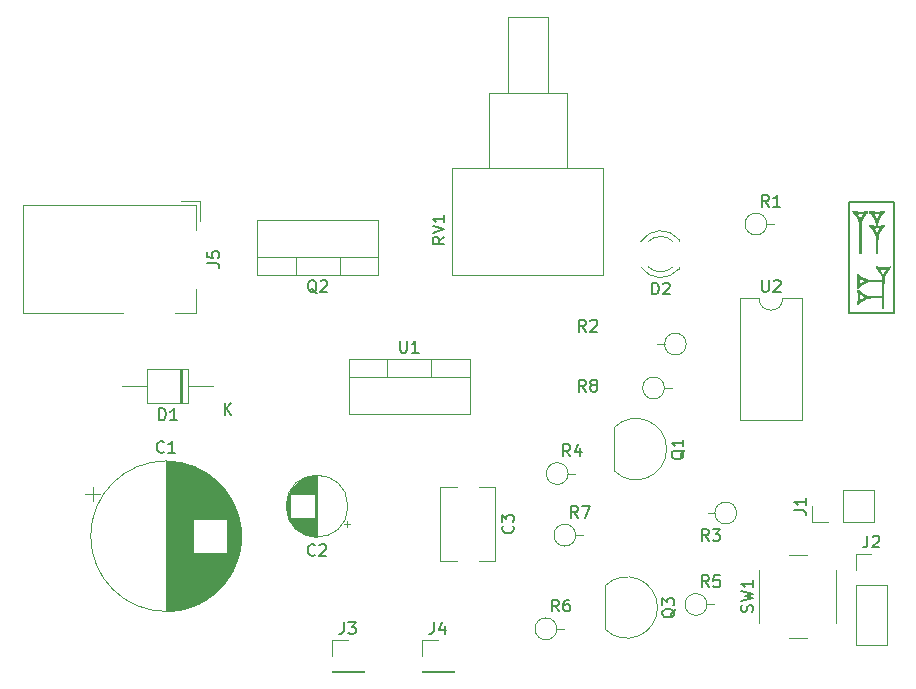
<source format=gbr>
%TF.GenerationSoftware,KiCad,Pcbnew,6.0.11+dfsg-1*%
%TF.CreationDate,2025-12-01T13:38:19+08:00*%
%TF.ProjectId,auto_sprinkler,6175746f-5f73-4707-9269-6e6b6c65722e,rev?*%
%TF.SameCoordinates,Original*%
%TF.FileFunction,Legend,Top*%
%TF.FilePolarity,Positive*%
%FSLAX46Y46*%
G04 Gerber Fmt 4.6, Leading zero omitted, Abs format (unit mm)*
G04 Created by KiCad (PCBNEW 6.0.11+dfsg-1) date 2025-12-01 13:38:19*
%MOMM*%
%LPD*%
G01*
G04 APERTURE LIST*
%ADD10C,0.150000*%
%ADD11C,0.120000*%
G04 APERTURE END LIST*
D10*
X128778000Y-52959000D02*
X132588000Y-52959000D01*
X132588000Y-52959000D02*
X132588000Y-62357000D01*
X132588000Y-62357000D02*
X128778000Y-62357000D01*
X128778000Y-62357000D02*
X128778000Y-52959000D01*
%TO.C,R2*%
X106513333Y-63952380D02*
X106180000Y-63476190D01*
X105941904Y-63952380D02*
X105941904Y-62952380D01*
X106322857Y-62952380D01*
X106418095Y-63000000D01*
X106465714Y-63047619D01*
X106513333Y-63142857D01*
X106513333Y-63285714D01*
X106465714Y-63380952D01*
X106418095Y-63428571D01*
X106322857Y-63476190D01*
X105941904Y-63476190D01*
X106894285Y-63047619D02*
X106941904Y-63000000D01*
X107037142Y-62952380D01*
X107275238Y-62952380D01*
X107370476Y-63000000D01*
X107418095Y-63047619D01*
X107465714Y-63142857D01*
X107465714Y-63238095D01*
X107418095Y-63380952D01*
X106846666Y-63952380D01*
X107465714Y-63952380D01*
%TO.C,C3*%
X100317142Y-80406666D02*
X100364761Y-80454285D01*
X100412380Y-80597142D01*
X100412380Y-80692380D01*
X100364761Y-80835238D01*
X100269523Y-80930476D01*
X100174285Y-80978095D01*
X99983809Y-81025714D01*
X99840952Y-81025714D01*
X99650476Y-80978095D01*
X99555238Y-80930476D01*
X99460000Y-80835238D01*
X99412380Y-80692380D01*
X99412380Y-80597142D01*
X99460000Y-80454285D01*
X99507619Y-80406666D01*
X99412380Y-80073333D02*
X99412380Y-79454285D01*
X99793333Y-79787619D01*
X99793333Y-79644761D01*
X99840952Y-79549523D01*
X99888571Y-79501904D01*
X99983809Y-79454285D01*
X100221904Y-79454285D01*
X100317142Y-79501904D01*
X100364761Y-79549523D01*
X100412380Y-79644761D01*
X100412380Y-79930476D01*
X100364761Y-80025714D01*
X100317142Y-80073333D01*
%TO.C,R7*%
X105838333Y-79732380D02*
X105505000Y-79256190D01*
X105266904Y-79732380D02*
X105266904Y-78732380D01*
X105647857Y-78732380D01*
X105743095Y-78780000D01*
X105790714Y-78827619D01*
X105838333Y-78922857D01*
X105838333Y-79065714D01*
X105790714Y-79160952D01*
X105743095Y-79208571D01*
X105647857Y-79256190D01*
X105266904Y-79256190D01*
X106171666Y-78732380D02*
X106838333Y-78732380D01*
X106409761Y-79732380D01*
%TO.C,U2*%
X121423095Y-59602380D02*
X121423095Y-60411904D01*
X121470714Y-60507142D01*
X121518333Y-60554761D01*
X121613571Y-60602380D01*
X121804047Y-60602380D01*
X121899285Y-60554761D01*
X121946904Y-60507142D01*
X121994523Y-60411904D01*
X121994523Y-59602380D01*
X122423095Y-59697619D02*
X122470714Y-59650000D01*
X122565952Y-59602380D01*
X122804047Y-59602380D01*
X122899285Y-59650000D01*
X122946904Y-59697619D01*
X122994523Y-59792857D01*
X122994523Y-59888095D01*
X122946904Y-60030952D01*
X122375476Y-60602380D01*
X122994523Y-60602380D01*
%TO.C,SW1*%
X120614761Y-87693333D02*
X120662380Y-87550476D01*
X120662380Y-87312380D01*
X120614761Y-87217142D01*
X120567142Y-87169523D01*
X120471904Y-87121904D01*
X120376666Y-87121904D01*
X120281428Y-87169523D01*
X120233809Y-87217142D01*
X120186190Y-87312380D01*
X120138571Y-87502857D01*
X120090952Y-87598095D01*
X120043333Y-87645714D01*
X119948095Y-87693333D01*
X119852857Y-87693333D01*
X119757619Y-87645714D01*
X119710000Y-87598095D01*
X119662380Y-87502857D01*
X119662380Y-87264761D01*
X119710000Y-87121904D01*
X119662380Y-86788571D02*
X120662380Y-86550476D01*
X119948095Y-86360000D01*
X120662380Y-86169523D01*
X119662380Y-85931428D01*
X120662380Y-85026666D02*
X120662380Y-85598095D01*
X120662380Y-85312380D02*
X119662380Y-85312380D01*
X119805238Y-85407619D01*
X119900476Y-85502857D01*
X119948095Y-85598095D01*
%TO.C,J4*%
X93646666Y-88562380D02*
X93646666Y-89276666D01*
X93599047Y-89419523D01*
X93503809Y-89514761D01*
X93360952Y-89562380D01*
X93265714Y-89562380D01*
X94551428Y-88895714D02*
X94551428Y-89562380D01*
X94313333Y-88514761D02*
X94075238Y-89229047D01*
X94694285Y-89229047D01*
%TO.C,Q1*%
X114862619Y-74005238D02*
X114815000Y-74100476D01*
X114719761Y-74195714D01*
X114576904Y-74338571D01*
X114529285Y-74433809D01*
X114529285Y-74529047D01*
X114767380Y-74481428D02*
X114719761Y-74576666D01*
X114624523Y-74671904D01*
X114434047Y-74719523D01*
X114100714Y-74719523D01*
X113910238Y-74671904D01*
X113815000Y-74576666D01*
X113767380Y-74481428D01*
X113767380Y-74290952D01*
X113815000Y-74195714D01*
X113910238Y-74100476D01*
X114100714Y-74052857D01*
X114434047Y-74052857D01*
X114624523Y-74100476D01*
X114719761Y-74195714D01*
X114767380Y-74290952D01*
X114767380Y-74481428D01*
X114767380Y-73100476D02*
X114767380Y-73671904D01*
X114767380Y-73386190D02*
X113767380Y-73386190D01*
X113910238Y-73481428D01*
X114005476Y-73576666D01*
X114053095Y-73671904D01*
%TO.C,C2*%
X83580543Y-82847142D02*
X83532924Y-82894761D01*
X83390067Y-82942380D01*
X83294829Y-82942380D01*
X83151971Y-82894761D01*
X83056733Y-82799523D01*
X83009114Y-82704285D01*
X82961495Y-82513809D01*
X82961495Y-82370952D01*
X83009114Y-82180476D01*
X83056733Y-82085238D01*
X83151971Y-81990000D01*
X83294829Y-81942380D01*
X83390067Y-81942380D01*
X83532924Y-81990000D01*
X83580543Y-82037619D01*
X83961495Y-82037619D02*
X84009114Y-81990000D01*
X84104352Y-81942380D01*
X84342448Y-81942380D01*
X84437686Y-81990000D01*
X84485305Y-82037619D01*
X84532924Y-82132857D01*
X84532924Y-82228095D01*
X84485305Y-82370952D01*
X83913876Y-82942380D01*
X84532924Y-82942380D01*
%TO.C,C1*%
X70793333Y-74137142D02*
X70745714Y-74184761D01*
X70602857Y-74232380D01*
X70507619Y-74232380D01*
X70364761Y-74184761D01*
X70269523Y-74089523D01*
X70221904Y-73994285D01*
X70174285Y-73803809D01*
X70174285Y-73660952D01*
X70221904Y-73470476D01*
X70269523Y-73375238D01*
X70364761Y-73280000D01*
X70507619Y-73232380D01*
X70602857Y-73232380D01*
X70745714Y-73280000D01*
X70793333Y-73327619D01*
X71745714Y-74232380D02*
X71174285Y-74232380D01*
X71460000Y-74232380D02*
X71460000Y-73232380D01*
X71364761Y-73375238D01*
X71269523Y-73470476D01*
X71174285Y-73518095D01*
%TO.C,R8*%
X106513333Y-69032380D02*
X106180000Y-68556190D01*
X105941904Y-69032380D02*
X105941904Y-68032380D01*
X106322857Y-68032380D01*
X106418095Y-68080000D01*
X106465714Y-68127619D01*
X106513333Y-68222857D01*
X106513333Y-68365714D01*
X106465714Y-68460952D01*
X106418095Y-68508571D01*
X106322857Y-68556190D01*
X105941904Y-68556190D01*
X107084761Y-68460952D02*
X106989523Y-68413333D01*
X106941904Y-68365714D01*
X106894285Y-68270476D01*
X106894285Y-68222857D01*
X106941904Y-68127619D01*
X106989523Y-68080000D01*
X107084761Y-68032380D01*
X107275238Y-68032380D01*
X107370476Y-68080000D01*
X107418095Y-68127619D01*
X107465714Y-68222857D01*
X107465714Y-68270476D01*
X107418095Y-68365714D01*
X107370476Y-68413333D01*
X107275238Y-68460952D01*
X107084761Y-68460952D01*
X106989523Y-68508571D01*
X106941904Y-68556190D01*
X106894285Y-68651428D01*
X106894285Y-68841904D01*
X106941904Y-68937142D01*
X106989523Y-68984761D01*
X107084761Y-69032380D01*
X107275238Y-69032380D01*
X107370476Y-68984761D01*
X107418095Y-68937142D01*
X107465714Y-68841904D01*
X107465714Y-68651428D01*
X107418095Y-68556190D01*
X107370476Y-68508571D01*
X107275238Y-68460952D01*
%TO.C,Q2*%
X83724761Y-60697619D02*
X83629523Y-60650000D01*
X83534285Y-60554761D01*
X83391428Y-60411904D01*
X83296190Y-60364285D01*
X83200952Y-60364285D01*
X83248571Y-60602380D02*
X83153333Y-60554761D01*
X83058095Y-60459523D01*
X83010476Y-60269047D01*
X83010476Y-59935714D01*
X83058095Y-59745238D01*
X83153333Y-59650000D01*
X83248571Y-59602380D01*
X83439047Y-59602380D01*
X83534285Y-59650000D01*
X83629523Y-59745238D01*
X83677142Y-59935714D01*
X83677142Y-60269047D01*
X83629523Y-60459523D01*
X83534285Y-60554761D01*
X83439047Y-60602380D01*
X83248571Y-60602380D01*
X84058095Y-59697619D02*
X84105714Y-59650000D01*
X84200952Y-59602380D01*
X84439047Y-59602380D01*
X84534285Y-59650000D01*
X84581904Y-59697619D01*
X84629523Y-59792857D01*
X84629523Y-59888095D01*
X84581904Y-60030952D01*
X84010476Y-60602380D01*
X84629523Y-60602380D01*
%TO.C,J5*%
X74472380Y-58153333D02*
X75186666Y-58153333D01*
X75329523Y-58200952D01*
X75424761Y-58296190D01*
X75472380Y-58439047D01*
X75472380Y-58534285D01*
X74472380Y-57200952D02*
X74472380Y-57677142D01*
X74948571Y-57724761D01*
X74900952Y-57677142D01*
X74853333Y-57581904D01*
X74853333Y-57343809D01*
X74900952Y-57248571D01*
X74948571Y-57200952D01*
X75043809Y-57153333D01*
X75281904Y-57153333D01*
X75377142Y-57200952D01*
X75424761Y-57248571D01*
X75472380Y-57343809D01*
X75472380Y-57581904D01*
X75424761Y-57677142D01*
X75377142Y-57724761D01*
%TO.C,R3*%
X116918333Y-81692380D02*
X116585000Y-81216190D01*
X116346904Y-81692380D02*
X116346904Y-80692380D01*
X116727857Y-80692380D01*
X116823095Y-80740000D01*
X116870714Y-80787619D01*
X116918333Y-80882857D01*
X116918333Y-81025714D01*
X116870714Y-81120952D01*
X116823095Y-81168571D01*
X116727857Y-81216190D01*
X116346904Y-81216190D01*
X117251666Y-80692380D02*
X117870714Y-80692380D01*
X117537380Y-81073333D01*
X117680238Y-81073333D01*
X117775476Y-81120952D01*
X117823095Y-81168571D01*
X117870714Y-81263809D01*
X117870714Y-81501904D01*
X117823095Y-81597142D01*
X117775476Y-81644761D01*
X117680238Y-81692380D01*
X117394523Y-81692380D01*
X117299285Y-81644761D01*
X117251666Y-81597142D01*
%TO.C,D1*%
X70381904Y-71452380D02*
X70381904Y-70452380D01*
X70620000Y-70452380D01*
X70762857Y-70500000D01*
X70858095Y-70595238D01*
X70905714Y-70690476D01*
X70953333Y-70880952D01*
X70953333Y-71023809D01*
X70905714Y-71214285D01*
X70858095Y-71309523D01*
X70762857Y-71404761D01*
X70620000Y-71452380D01*
X70381904Y-71452380D01*
X71905714Y-71452380D02*
X71334285Y-71452380D01*
X71620000Y-71452380D02*
X71620000Y-70452380D01*
X71524761Y-70595238D01*
X71429523Y-70690476D01*
X71334285Y-70738095D01*
X75938095Y-71032380D02*
X75938095Y-70032380D01*
X76509523Y-71032380D02*
X76080952Y-70460952D01*
X76509523Y-70032380D02*
X75938095Y-70603809D01*
%TO.C,R6*%
X104238333Y-87653266D02*
X103905000Y-87177076D01*
X103666904Y-87653266D02*
X103666904Y-86653266D01*
X104047857Y-86653266D01*
X104143095Y-86700886D01*
X104190714Y-86748505D01*
X104238333Y-86843743D01*
X104238333Y-86986600D01*
X104190714Y-87081838D01*
X104143095Y-87129457D01*
X104047857Y-87177076D01*
X103666904Y-87177076D01*
X105095476Y-86653266D02*
X104905000Y-86653266D01*
X104809761Y-86700886D01*
X104762142Y-86748505D01*
X104666904Y-86891362D01*
X104619285Y-87081838D01*
X104619285Y-87462790D01*
X104666904Y-87558028D01*
X104714523Y-87605647D01*
X104809761Y-87653266D01*
X105000238Y-87653266D01*
X105095476Y-87605647D01*
X105143095Y-87558028D01*
X105190714Y-87462790D01*
X105190714Y-87224695D01*
X105143095Y-87129457D01*
X105095476Y-87081838D01*
X105000238Y-87034219D01*
X104809761Y-87034219D01*
X104714523Y-87081838D01*
X104666904Y-87129457D01*
X104619285Y-87224695D01*
%TO.C,D2*%
X112109124Y-60815236D02*
X112109124Y-59815236D01*
X112347220Y-59815236D01*
X112490077Y-59862856D01*
X112585315Y-59958094D01*
X112632934Y-60053332D01*
X112680553Y-60243808D01*
X112680553Y-60386665D01*
X112632934Y-60577141D01*
X112585315Y-60672379D01*
X112490077Y-60767617D01*
X112347220Y-60815236D01*
X112109124Y-60815236D01*
X113061505Y-59910475D02*
X113109124Y-59862856D01*
X113204362Y-59815236D01*
X113442458Y-59815236D01*
X113537696Y-59862856D01*
X113585315Y-59910475D01*
X113632934Y-60005713D01*
X113632934Y-60100951D01*
X113585315Y-60243808D01*
X113013886Y-60815236D01*
X113632934Y-60815236D01*
%TO.C,J2*%
X130356666Y-81232380D02*
X130356666Y-81946666D01*
X130309047Y-82089523D01*
X130213809Y-82184761D01*
X130070952Y-82232380D01*
X129975714Y-82232380D01*
X130785238Y-81327619D02*
X130832857Y-81280000D01*
X130928095Y-81232380D01*
X131166190Y-81232380D01*
X131261428Y-81280000D01*
X131309047Y-81327619D01*
X131356666Y-81422857D01*
X131356666Y-81518095D01*
X131309047Y-81660952D01*
X130737619Y-82232380D01*
X131356666Y-82232380D01*
%TO.C,Q3*%
X114085989Y-87416124D02*
X114038370Y-87511362D01*
X113943131Y-87606600D01*
X113800274Y-87749457D01*
X113752655Y-87844695D01*
X113752655Y-87939933D01*
X113990750Y-87892314D02*
X113943131Y-87987552D01*
X113847893Y-88082790D01*
X113657417Y-88130409D01*
X113324084Y-88130409D01*
X113133608Y-88082790D01*
X113038370Y-87987552D01*
X112990750Y-87892314D01*
X112990750Y-87701838D01*
X113038370Y-87606600D01*
X113133608Y-87511362D01*
X113324084Y-87463743D01*
X113657417Y-87463743D01*
X113847893Y-87511362D01*
X113943131Y-87606600D01*
X113990750Y-87701838D01*
X113990750Y-87892314D01*
X112990750Y-87130409D02*
X112990750Y-86511362D01*
X113371703Y-86844695D01*
X113371703Y-86701838D01*
X113419322Y-86606600D01*
X113466941Y-86558981D01*
X113562179Y-86511362D01*
X113800274Y-86511362D01*
X113895512Y-86558981D01*
X113943131Y-86606600D01*
X113990750Y-86701838D01*
X113990750Y-86987552D01*
X113943131Y-87082790D01*
X113895512Y-87130409D01*
%TO.C,RV1*%
X94537380Y-55930238D02*
X94061190Y-56263571D01*
X94537380Y-56501666D02*
X93537380Y-56501666D01*
X93537380Y-56120714D01*
X93585000Y-56025476D01*
X93632619Y-55977857D01*
X93727857Y-55930238D01*
X93870714Y-55930238D01*
X93965952Y-55977857D01*
X94013571Y-56025476D01*
X94061190Y-56120714D01*
X94061190Y-56501666D01*
X93537380Y-55644523D02*
X94537380Y-55311190D01*
X93537380Y-54977857D01*
X94537380Y-54120714D02*
X94537380Y-54692142D01*
X94537380Y-54406428D02*
X93537380Y-54406428D01*
X93680238Y-54501666D01*
X93775476Y-54596904D01*
X93823095Y-54692142D01*
%TO.C,R1*%
X122018333Y-53392380D02*
X121685000Y-52916190D01*
X121446904Y-53392380D02*
X121446904Y-52392380D01*
X121827857Y-52392380D01*
X121923095Y-52440000D01*
X121970714Y-52487619D01*
X122018333Y-52582857D01*
X122018333Y-52725714D01*
X121970714Y-52820952D01*
X121923095Y-52868571D01*
X121827857Y-52916190D01*
X121446904Y-52916190D01*
X122970714Y-53392380D02*
X122399285Y-53392380D01*
X122685000Y-53392380D02*
X122685000Y-52392380D01*
X122589761Y-52535238D01*
X122494523Y-52630476D01*
X122399285Y-52678095D01*
%TO.C,R5*%
X116938333Y-85592380D02*
X116605000Y-85116190D01*
X116366904Y-85592380D02*
X116366904Y-84592380D01*
X116747857Y-84592380D01*
X116843095Y-84640000D01*
X116890714Y-84687619D01*
X116938333Y-84782857D01*
X116938333Y-84925714D01*
X116890714Y-85020952D01*
X116843095Y-85068571D01*
X116747857Y-85116190D01*
X116366904Y-85116190D01*
X117843095Y-84592380D02*
X117366904Y-84592380D01*
X117319285Y-85068571D01*
X117366904Y-85020952D01*
X117462142Y-84973333D01*
X117700238Y-84973333D01*
X117795476Y-85020952D01*
X117843095Y-85068571D01*
X117890714Y-85163809D01*
X117890714Y-85401904D01*
X117843095Y-85497142D01*
X117795476Y-85544761D01*
X117700238Y-85592380D01*
X117462142Y-85592380D01*
X117366904Y-85544761D01*
X117319285Y-85497142D01*
%TO.C,R4*%
X105188333Y-74512380D02*
X104855000Y-74036190D01*
X104616904Y-74512380D02*
X104616904Y-73512380D01*
X104997857Y-73512380D01*
X105093095Y-73560000D01*
X105140714Y-73607619D01*
X105188333Y-73702857D01*
X105188333Y-73845714D01*
X105140714Y-73940952D01*
X105093095Y-73988571D01*
X104997857Y-74036190D01*
X104616904Y-74036190D01*
X106045476Y-73845714D02*
X106045476Y-74512380D01*
X105807380Y-73464761D02*
X105569285Y-74179047D01*
X106188333Y-74179047D01*
%TO.C,J3*%
X86026666Y-88562380D02*
X86026666Y-89276666D01*
X85979047Y-89419523D01*
X85883809Y-89514761D01*
X85740952Y-89562380D01*
X85645714Y-89562380D01*
X86407619Y-88562380D02*
X87026666Y-88562380D01*
X86693333Y-88943333D01*
X86836190Y-88943333D01*
X86931428Y-88990952D01*
X86979047Y-89038571D01*
X87026666Y-89133809D01*
X87026666Y-89371904D01*
X86979047Y-89467142D01*
X86931428Y-89514761D01*
X86836190Y-89562380D01*
X86550476Y-89562380D01*
X86455238Y-89514761D01*
X86407619Y-89467142D01*
%TO.C,U1*%
X90798095Y-64732380D02*
X90798095Y-65541904D01*
X90845714Y-65637142D01*
X90893333Y-65684761D01*
X90988571Y-65732380D01*
X91179047Y-65732380D01*
X91274285Y-65684761D01*
X91321904Y-65637142D01*
X91369523Y-65541904D01*
X91369523Y-64732380D01*
X92369523Y-65732380D02*
X91798095Y-65732380D01*
X92083809Y-65732380D02*
X92083809Y-64732380D01*
X91988571Y-64875238D01*
X91893333Y-64970476D01*
X91798095Y-65018095D01*
%TO.C,J1*%
X124152380Y-79073333D02*
X124866666Y-79073333D01*
X125009523Y-79120952D01*
X125104761Y-79216190D01*
X125152380Y-79359047D01*
X125152380Y-79454285D01*
X125152380Y-78073333D02*
X125152380Y-78644761D01*
X125152380Y-78359047D02*
X124152380Y-78359047D01*
X124295238Y-78454285D01*
X124390476Y-78549523D01*
X124438095Y-78644761D01*
%TO.C,G\u002A\u002A\u002A*%
G36*
X130679222Y-55235721D02*
G01*
X130667382Y-55228818D01*
X130647720Y-55211255D01*
X130635886Y-55199076D01*
X130609952Y-55171727D01*
X130577482Y-55138295D01*
X130552041Y-55112578D01*
X130502197Y-55062725D01*
X130507577Y-54995701D01*
X130511341Y-54960395D01*
X130515924Y-54933605D01*
X130520084Y-54921601D01*
X130535537Y-54916716D01*
X130565703Y-54914339D01*
X130605090Y-54914229D01*
X130648204Y-54916146D01*
X130689551Y-54919847D01*
X130723638Y-54925092D01*
X130744639Y-54931463D01*
X130772842Y-54942087D01*
X130810368Y-54951237D01*
X130830639Y-54954525D01*
X130872365Y-54962694D01*
X130914057Y-54975194D01*
X130929497Y-54981403D01*
X130977663Y-54996022D01*
X131030777Y-55001196D01*
X131063273Y-55000679D01*
X131079664Y-54997833D01*
X131084234Y-54990724D01*
X131081528Y-54978254D01*
X131064227Y-54906719D01*
X131056292Y-54838148D01*
X131056020Y-54827852D01*
X131051950Y-54791583D01*
X131042459Y-54758285D01*
X131039254Y-54751377D01*
X131029578Y-54725407D01*
X131020283Y-54687637D01*
X131013844Y-54649410D01*
X131006814Y-54609457D01*
X130997889Y-54579996D01*
X130989774Y-54567001D01*
X130978793Y-54550444D01*
X130969832Y-54522807D01*
X130968133Y-54513937D01*
X130959290Y-54482811D01*
X130945796Y-54458357D01*
X130942247Y-54454561D01*
X130927390Y-54434886D01*
X130923082Y-54420385D01*
X130917314Y-54401935D01*
X130902941Y-54376629D01*
X130897590Y-54369001D01*
X130881649Y-54344952D01*
X130872761Y-54326801D01*
X130872098Y-54323401D01*
X130865048Y-54309027D01*
X130851705Y-54294891D01*
X130836126Y-54275284D01*
X130831311Y-54259844D01*
X130824613Y-54239735D01*
X130811400Y-54221507D01*
X130778738Y-54186580D01*
X130757227Y-54161054D01*
X130743148Y-54140374D01*
X130738901Y-54132699D01*
X130733308Y-54122243D01*
X130727281Y-54112641D01*
X130718608Y-54101407D01*
X130705076Y-54086057D01*
X130684473Y-54064107D01*
X130683031Y-54062610D01*
X130967141Y-54062610D01*
X130974040Y-54083582D01*
X130987539Y-54093611D01*
X130988956Y-54093689D01*
X131004290Y-54102918D01*
X131013357Y-54127526D01*
X131014852Y-54146462D01*
X131023293Y-54165754D01*
X131034151Y-54172023D01*
X131050758Y-54185522D01*
X131059325Y-54206438D01*
X131071089Y-54236068D01*
X131085910Y-54256518D01*
X131101208Y-54277180D01*
X131106622Y-54293602D01*
X131112843Y-54311683D01*
X131128197Y-54335421D01*
X131132114Y-54340270D01*
X131148701Y-54363497D01*
X131157280Y-54382377D01*
X131157606Y-54385078D01*
X131161700Y-54399971D01*
X131171604Y-54399489D01*
X131183750Y-54386366D01*
X131194572Y-54363338D01*
X131197041Y-54354851D01*
X131207058Y-54326493D01*
X131219082Y-54307527D01*
X131223743Y-54304187D01*
X131237117Y-54290152D01*
X131239365Y-54280099D01*
X131245381Y-54260961D01*
X131261345Y-54230578D01*
X131284494Y-54193654D01*
X131312065Y-54154894D01*
X131315614Y-54150247D01*
X131327760Y-54127443D01*
X131330950Y-54112368D01*
X131339123Y-54093639D01*
X131351343Y-54083493D01*
X131368390Y-54063364D01*
X131371737Y-54042347D01*
X131368163Y-54020426D01*
X131359967Y-54011809D01*
X131350937Y-54019463D01*
X131348924Y-54024473D01*
X131337894Y-54028696D01*
X131310575Y-54032198D01*
X131271061Y-54034913D01*
X131223445Y-54036775D01*
X131171821Y-54037718D01*
X131120283Y-54037676D01*
X131072926Y-54036584D01*
X131033841Y-54034375D01*
X131007124Y-54030984D01*
X131003169Y-54030033D01*
X130981158Y-54027600D01*
X130970260Y-54037972D01*
X130969799Y-54039117D01*
X130967141Y-54062610D01*
X130683031Y-54062610D01*
X130654586Y-54033072D01*
X130613204Y-53990468D01*
X130601872Y-53978817D01*
X130505017Y-53879239D01*
X130505017Y-53804112D01*
X130505056Y-53771730D01*
X130507168Y-53748853D01*
X130514345Y-53733943D01*
X130529578Y-53725465D01*
X130555860Y-53721880D01*
X130596182Y-53721652D01*
X130653536Y-53723244D01*
X130661948Y-53723492D01*
X130715692Y-53725789D01*
X130753724Y-53729523D01*
X130780715Y-53735459D01*
X130801336Y-53744361D01*
X130805906Y-53747055D01*
X130839211Y-53761126D01*
X130874849Y-53767376D01*
X130876510Y-53767395D01*
X130907872Y-53771597D01*
X130946216Y-53782322D01*
X130967076Y-53790337D01*
X130987445Y-53798525D01*
X131007598Y-53804505D01*
X131031141Y-53808620D01*
X131061678Y-53811211D01*
X131102813Y-53812622D01*
X131158151Y-53813195D01*
X131208589Y-53813280D01*
X131275825Y-53813125D01*
X131326103Y-53812433D01*
X131362856Y-53810866D01*
X131389518Y-53808084D01*
X131409524Y-53803748D01*
X131426306Y-53797519D01*
X131440879Y-53790337D01*
X131475443Y-53776195D01*
X131510016Y-53768120D01*
X131520309Y-53767395D01*
X131552754Y-53762556D01*
X131588495Y-53750553D01*
X131596524Y-53746767D01*
X131623980Y-53735801D01*
X131658269Y-53728630D01*
X131704632Y-53724375D01*
X131738872Y-53722904D01*
X131840785Y-53719669D01*
X131840785Y-53809811D01*
X131840025Y-53856341D01*
X131837203Y-53884749D01*
X131831506Y-53897267D01*
X131822121Y-53896127D01*
X131812362Y-53887843D01*
X131803175Y-53883939D01*
X131796542Y-53896446D01*
X131793481Y-53909596D01*
X131782953Y-53936287D01*
X131768200Y-53948297D01*
X131749756Y-53961325D01*
X131743567Y-53972430D01*
X131731673Y-53988378D01*
X131721881Y-53991722D01*
X131706923Y-54000266D01*
X131701074Y-54011778D01*
X131688163Y-54031264D01*
X131677059Y-54037791D01*
X131658306Y-54051891D01*
X131652146Y-54063099D01*
X131637907Y-54082215D01*
X131626133Y-54088757D01*
X131609881Y-54099990D01*
X131606261Y-54109313D01*
X131598183Y-54124974D01*
X131585868Y-54134476D01*
X131569642Y-54148764D01*
X131565474Y-54159544D01*
X131559310Y-54176075D01*
X131544075Y-54198946D01*
X131539982Y-54203994D01*
X131523500Y-54226187D01*
X131514864Y-54242899D01*
X131514491Y-54245204D01*
X131506504Y-54258126D01*
X131494097Y-54267034D01*
X131477894Y-54280873D01*
X131473704Y-54291045D01*
X131466593Y-54306280D01*
X131449363Y-54325293D01*
X131448212Y-54326307D01*
X131430568Y-54345564D01*
X131422743Y-54361850D01*
X131422720Y-54362460D01*
X131416801Y-54379986D01*
X131403165Y-54401307D01*
X131387631Y-54428999D01*
X131376932Y-54461818D01*
X131376671Y-54463156D01*
X131368674Y-54488846D01*
X131357944Y-54504347D01*
X131356002Y-54505414D01*
X131345505Y-54518070D01*
X131336838Y-54542753D01*
X131335475Y-54549456D01*
X131327252Y-54577928D01*
X131315741Y-54598181D01*
X131313532Y-54600272D01*
X131305379Y-54616494D01*
X131298034Y-54649008D01*
X131291850Y-54693719D01*
X131287180Y-54746530D01*
X131284378Y-54803345D01*
X131283797Y-54860070D01*
X131285790Y-54912606D01*
X131286162Y-54917699D01*
X131289033Y-54959243D01*
X131289321Y-54984812D01*
X131286302Y-54998742D01*
X131279249Y-55005367D01*
X131271028Y-55008110D01*
X131251813Y-55017669D01*
X131252589Y-55031009D01*
X131256210Y-55035221D01*
X131268545Y-55035119D01*
X131288631Y-55025289D01*
X131288688Y-55025252D01*
X131311310Y-55016034D01*
X131347148Y-55007370D01*
X131389053Y-55000943D01*
X131394060Y-55000411D01*
X131436759Y-54994411D01*
X131469935Y-54986480D01*
X131488245Y-54977906D01*
X131488525Y-54977635D01*
X131505786Y-54969113D01*
X131536596Y-54961162D01*
X131572607Y-54955713D01*
X131612241Y-54949586D01*
X131646983Y-54940714D01*
X131667441Y-54932005D01*
X131698772Y-54920549D01*
X131748326Y-54914520D01*
X131767224Y-54913794D01*
X131841515Y-54912109D01*
X131838601Y-55005087D01*
X131836689Y-55049602D01*
X131833855Y-55077209D01*
X131829363Y-55091395D01*
X131822476Y-55095643D01*
X131819509Y-55095452D01*
X131803763Y-55101807D01*
X131791686Y-55118394D01*
X131778002Y-55137271D01*
X131764529Y-55143950D01*
X131750858Y-55151464D01*
X131749015Y-55158161D01*
X131742260Y-55170495D01*
X131723799Y-55194041D01*
X131696333Y-55225581D01*
X131662565Y-55261898D01*
X131657245Y-55267433D01*
X131622739Y-55304382D01*
X131594157Y-55337286D01*
X131574212Y-55362850D01*
X131565617Y-55377779D01*
X131565474Y-55378842D01*
X131558273Y-55396462D01*
X131540858Y-55416584D01*
X131539982Y-55417355D01*
X131522419Y-55435728D01*
X131514524Y-55450115D01*
X131514491Y-55450721D01*
X131507408Y-55467945D01*
X131486985Y-55497673D01*
X131454459Y-55538146D01*
X131445663Y-55548479D01*
X131429891Y-55571612D01*
X131422756Y-55591502D01*
X131422720Y-55592514D01*
X131415610Y-55612407D01*
X131403614Y-55627129D01*
X131389712Y-55648443D01*
X131380079Y-55678666D01*
X131379140Y-55684439D01*
X131370256Y-55718036D01*
X131355615Y-55747373D01*
X131353553Y-55750161D01*
X131340396Y-55775712D01*
X131329792Y-55811913D01*
X131326269Y-55832415D01*
X131319598Y-55869839D01*
X131310337Y-55903151D01*
X131304746Y-55916679D01*
X131301877Y-55924931D01*
X131299399Y-55938814D01*
X131297285Y-55959698D01*
X131295509Y-55988951D01*
X131294044Y-56027942D01*
X131292863Y-56078041D01*
X131291938Y-56140616D01*
X131291243Y-56217037D01*
X131290752Y-56308672D01*
X131290436Y-56416890D01*
X131290270Y-56543061D01*
X131290226Y-56655254D01*
X131290163Y-57366115D01*
X131267220Y-57378159D01*
X131246204Y-57392794D01*
X131236124Y-57404010D01*
X131219464Y-57413392D01*
X131184991Y-57417162D01*
X131174943Y-57417194D01*
X131140653Y-57414978D01*
X131117540Y-57406933D01*
X131096512Y-57389455D01*
X131091327Y-57384055D01*
X131060737Y-57351538D01*
X131069691Y-56724440D01*
X131071677Y-56575194D01*
X131073051Y-56444985D01*
X131073755Y-56332461D01*
X131073731Y-56236275D01*
X131072922Y-56155075D01*
X131071271Y-56087512D01*
X131068719Y-56032236D01*
X131065208Y-55987898D01*
X131060683Y-55953147D01*
X131055083Y-55926634D01*
X131048353Y-55907010D01*
X131040435Y-55892923D01*
X131033872Y-55885364D01*
X131018651Y-55857800D01*
X131014852Y-55828108D01*
X131008741Y-55790950D01*
X130995297Y-55764233D01*
X130980361Y-55737275D01*
X130969392Y-55703794D01*
X130968452Y-55699129D01*
X130958950Y-55668178D01*
X130944910Y-55643654D01*
X130942122Y-55640643D01*
X130927404Y-55619702D01*
X130923082Y-55603780D01*
X130917039Y-55582452D01*
X130904091Y-55560841D01*
X130887104Y-55533734D01*
X130877334Y-55511032D01*
X130863540Y-55483466D01*
X130850439Y-55467299D01*
X130835790Y-55448113D01*
X130831311Y-55434518D01*
X130823246Y-55418381D01*
X130812091Y-55409693D01*
X130794753Y-55392183D01*
X130786479Y-55373940D01*
X130773883Y-55350012D01*
X130759814Y-55337623D01*
X130743639Y-55323102D01*
X130739541Y-55312072D01*
X130731718Y-55296374D01*
X130714049Y-55280668D01*
X130695731Y-55264340D01*
X130688557Y-55249843D01*
X130687989Y-55248498D01*
X130965803Y-55248498D01*
X130971151Y-55266584D01*
X130980959Y-55273246D01*
X131005230Y-55289568D01*
X131014410Y-55317298D01*
X131014696Y-55324583D01*
X131023114Y-55347170D01*
X131035245Y-55358081D01*
X131051555Y-55374256D01*
X131055639Y-55387541D01*
X131062242Y-55407088D01*
X131078413Y-55430555D01*
X131081131Y-55433593D01*
X131098383Y-55458741D01*
X131106527Y-55483469D01*
X131106622Y-55485707D01*
X131114871Y-55510241D01*
X131127016Y-55521229D01*
X131143404Y-55539389D01*
X131147409Y-55555237D01*
X131152697Y-55580863D01*
X131165755Y-55594782D01*
X131182380Y-55592970D01*
X131184894Y-55591114D01*
X131196537Y-55571914D01*
X131198393Y-55560667D01*
X131205718Y-55539650D01*
X131218786Y-55523961D01*
X131234324Y-55504940D01*
X131239180Y-55490353D01*
X131244931Y-55472370D01*
X131259270Y-55447343D01*
X131264671Y-55439655D01*
X131280631Y-55415421D01*
X131289511Y-55396887D01*
X131290163Y-55393369D01*
X131297086Y-55378313D01*
X131310556Y-55363180D01*
X131325862Y-55345017D01*
X131330950Y-55332079D01*
X131337798Y-55316958D01*
X131354464Y-55297163D01*
X131356266Y-55295422D01*
X131373838Y-55272907D01*
X131381728Y-55251263D01*
X131381757Y-55250355D01*
X131381155Y-55243245D01*
X131377472Y-55237958D01*
X131368094Y-55234237D01*
X131350408Y-55231823D01*
X131321801Y-55230456D01*
X131279660Y-55229880D01*
X131221372Y-55229835D01*
X131175589Y-55229962D01*
X131105459Y-55230318D01*
X131053097Y-55231028D01*
X131015876Y-55232326D01*
X130991172Y-55234442D01*
X130976358Y-55237610D01*
X130968809Y-55242060D01*
X130965899Y-55248025D01*
X130965803Y-55248498D01*
X130687989Y-55248498D01*
X130683146Y-55237037D01*
X130679222Y-55235721D01*
G37*
G36*
X129247375Y-54030632D02*
G01*
X129226685Y-54011199D01*
X129208247Y-53996382D01*
X129199013Y-53991722D01*
X129189896Y-53983333D01*
X129184543Y-53971329D01*
X129173104Y-53954792D01*
X129163210Y-53950936D01*
X129148983Y-53942411D01*
X129138481Y-53924979D01*
X129124385Y-53905023D01*
X129110693Y-53902037D01*
X129101516Y-53901138D01*
X129095734Y-53892093D01*
X129092287Y-53871039D01*
X129090114Y-53834117D01*
X129089792Y-53825891D01*
X129089639Y-53785613D01*
X129091967Y-53751751D01*
X129096287Y-53730755D01*
X129097129Y-53729023D01*
X129105216Y-53717081D01*
X129107570Y-53723630D01*
X129107757Y-53730406D01*
X129110637Y-53743270D01*
X129121588Y-53738260D01*
X129122998Y-53737107D01*
X129142194Y-53730172D01*
X129175631Y-53726057D01*
X129217364Y-53724663D01*
X129261450Y-53725889D01*
X129301946Y-53729638D01*
X129332907Y-53735809D01*
X129344721Y-53740817D01*
X129367337Y-53750637D01*
X129401715Y-53760313D01*
X129430957Y-53766114D01*
X129469887Y-53773940D01*
X129504840Y-53783650D01*
X129522728Y-53790617D01*
X129546234Y-53798173D01*
X129584839Y-53806176D01*
X129633283Y-53813909D01*
X129686302Y-53820656D01*
X129738638Y-53825703D01*
X129785027Y-53828332D01*
X129801444Y-53828543D01*
X129859679Y-53826615D01*
X129921220Y-53821847D01*
X129981329Y-53814882D01*
X130035271Y-53806363D01*
X130078310Y-53796934D01*
X130105709Y-53787237D01*
X130105765Y-53787208D01*
X130138478Y-53774100D01*
X130170978Y-53767562D01*
X130175542Y-53767395D01*
X130205385Y-53763966D01*
X130233900Y-53755394D01*
X130254324Y-53744250D01*
X130260296Y-53735168D01*
X130269631Y-53730956D01*
X130294204Y-53727900D01*
X130328868Y-53726616D01*
X130331925Y-53726608D01*
X130369684Y-53727125D01*
X130392150Y-53729763D01*
X130404419Y-53736158D01*
X130411585Y-53747942D01*
X130413499Y-53752764D01*
X130422119Y-53789905D01*
X130423722Y-53831731D01*
X130418781Y-53870797D01*
X130407768Y-53899656D01*
X130403852Y-53904692D01*
X130388673Y-53920688D01*
X130363404Y-53947232D01*
X130332045Y-53980125D01*
X130309532Y-54003715D01*
X130273806Y-54042192D01*
X130239391Y-54081079D01*
X130211383Y-54114538D01*
X130200474Y-54128624D01*
X130180297Y-54154044D01*
X130164045Y-54170984D01*
X130157138Y-54175263D01*
X130149015Y-54183478D01*
X130148132Y-54189692D01*
X130141969Y-54207406D01*
X130128103Y-54227930D01*
X130093439Y-54269905D01*
X130071007Y-54299079D01*
X130059213Y-54317643D01*
X130056361Y-54326611D01*
X130049963Y-54340617D01*
X130034229Y-54361147D01*
X130030870Y-54364866D01*
X130013681Y-54389312D01*
X130005490Y-54412567D01*
X130005378Y-54414794D01*
X129998089Y-54438880D01*
X129985994Y-54454759D01*
X129971051Y-54476572D01*
X129960366Y-54506478D01*
X129959677Y-54509872D01*
X129950042Y-54540954D01*
X129935888Y-54566213D01*
X129934511Y-54567836D01*
X129922577Y-54589955D01*
X129913221Y-54622635D01*
X129910609Y-54639213D01*
X129903733Y-54681314D01*
X129893451Y-54724493D01*
X129889944Y-54736082D01*
X129887706Y-54745288D01*
X129885663Y-54759254D01*
X129883800Y-54779000D01*
X129882100Y-54805550D01*
X129880547Y-54839924D01*
X129879124Y-54883145D01*
X129877814Y-54936234D01*
X129876601Y-55000214D01*
X129875468Y-55076106D01*
X129874399Y-55164932D01*
X129873377Y-55267714D01*
X129872387Y-55385473D01*
X129871410Y-55519232D01*
X129870431Y-55670012D01*
X129869433Y-55838836D01*
X129868400Y-56026724D01*
X129868080Y-56086952D01*
X129866947Y-56287604D01*
X129865740Y-56473439D01*
X129864466Y-56643944D01*
X129863132Y-56798605D01*
X129861743Y-56936911D01*
X129860307Y-57058347D01*
X129858831Y-57162402D01*
X129857319Y-57248562D01*
X129855780Y-57316315D01*
X129854220Y-57365147D01*
X129852645Y-57394547D01*
X129851264Y-57403923D01*
X129835096Y-57411778D01*
X129805179Y-57417737D01*
X129768123Y-57421019D01*
X129730543Y-57420839D01*
X129717808Y-57419735D01*
X129692246Y-57408826D01*
X129683294Y-57394243D01*
X129674113Y-57374087D01*
X129667274Y-57366084D01*
X129666056Y-57355261D01*
X129664898Y-57325112D01*
X129663808Y-57276706D01*
X129662794Y-57211109D01*
X129661863Y-57129391D01*
X129661024Y-57032618D01*
X129660283Y-56921858D01*
X129659648Y-56798180D01*
X129659127Y-56662650D01*
X129658728Y-56516337D01*
X129658457Y-56360309D01*
X129658324Y-56195633D01*
X129658311Y-56106791D01*
X129658304Y-55911724D01*
X129658232Y-55735986D01*
X129658063Y-55578511D01*
X129657765Y-55438233D01*
X129657306Y-55314088D01*
X129656654Y-55205010D01*
X129655778Y-55109933D01*
X129654646Y-55027793D01*
X129653225Y-54957524D01*
X129651485Y-54898061D01*
X129649393Y-54848339D01*
X129646918Y-54807292D01*
X129644028Y-54773855D01*
X129640691Y-54746963D01*
X129636875Y-54725551D01*
X129632549Y-54708553D01*
X129627680Y-54694904D01*
X129622237Y-54683539D01*
X129616188Y-54673393D01*
X129615505Y-54672336D01*
X129603789Y-54647015D01*
X129594234Y-54614332D01*
X129593087Y-54608623D01*
X129584508Y-54577970D01*
X129572838Y-54554042D01*
X129570291Y-54550784D01*
X129559174Y-54529974D01*
X129550645Y-54499566D01*
X129549299Y-54491272D01*
X129542744Y-54463669D01*
X129533229Y-54445939D01*
X129529881Y-54443547D01*
X129518692Y-54431063D01*
X129507853Y-54406532D01*
X129505457Y-54398542D01*
X129495640Y-54373561D01*
X129484211Y-54359760D01*
X129480945Y-54358804D01*
X129465382Y-54349589D01*
X129456218Y-54325057D01*
X129454756Y-54306666D01*
X129448183Y-54287554D01*
X129440173Y-54281191D01*
X129426641Y-54268231D01*
X129415212Y-54245823D01*
X129404924Y-54224963D01*
X129394546Y-54216054D01*
X129394368Y-54216050D01*
X129383080Y-54207864D01*
X129369372Y-54187860D01*
X129367803Y-54184918D01*
X129354555Y-54162058D01*
X129337353Y-54138944D01*
X129312008Y-54110298D01*
X129291126Y-54088233D01*
X129276577Y-54070772D01*
X129271215Y-54060280D01*
X129266871Y-54053199D01*
X129552399Y-54053199D01*
X129552525Y-54066084D01*
X129568079Y-54085793D01*
X129570243Y-54087839D01*
X129588399Y-54108294D01*
X129597321Y-54125465D01*
X129597510Y-54127311D01*
X129604515Y-54144341D01*
X129617903Y-54159968D01*
X129633344Y-54179955D01*
X129638296Y-54195677D01*
X129644651Y-54215420D01*
X129658967Y-54236764D01*
X129676414Y-54263184D01*
X129685896Y-54286758D01*
X129698235Y-54314559D01*
X129711110Y-54331160D01*
X129725916Y-54354235D01*
X129730067Y-54372797D01*
X129732893Y-54394225D01*
X129737217Y-54403342D01*
X129754010Y-54408829D01*
X129770691Y-54399523D01*
X129779261Y-54381254D01*
X129790168Y-54357253D01*
X129802204Y-54345766D01*
X129818019Y-54327271D01*
X129821837Y-54312447D01*
X129827703Y-54291094D01*
X129842292Y-54264079D01*
X129847329Y-54256837D01*
X129863336Y-54232147D01*
X129872197Y-54212664D01*
X129872821Y-54208871D01*
X129879950Y-54192598D01*
X129893214Y-54177996D01*
X129908796Y-54158335D01*
X129913607Y-54142820D01*
X129920664Y-54124271D01*
X129937875Y-54102665D01*
X129940104Y-54100536D01*
X129957004Y-54079313D01*
X129963267Y-54059931D01*
X129963047Y-54058066D01*
X129960363Y-54051903D01*
X129953325Y-54047385D01*
X129939252Y-54044299D01*
X129915459Y-54042432D01*
X129879265Y-54041570D01*
X129827988Y-54041501D01*
X129760657Y-54041997D01*
X129698724Y-54043024D01*
X129643685Y-54044804D01*
X129598829Y-54047158D01*
X129567445Y-54049911D01*
X129552824Y-54052885D01*
X129552399Y-54053199D01*
X129266871Y-54053199D01*
X129264243Y-54048915D01*
X129247375Y-54030632D01*
G37*
D11*
%TO.C,R2*%
X113175000Y-65020000D02*
X112555000Y-65020000D01*
X115015000Y-65020000D02*
G75*
G03*
X115015000Y-65020000I-920000J0D01*
G01*
%TO.C,C3*%
X98831000Y-77120000D02*
X97435000Y-77120000D01*
X95585000Y-83360000D02*
X94189000Y-83360000D01*
X98831000Y-83360000D02*
X97435000Y-83360000D01*
X98831000Y-77120000D02*
X98831000Y-83360000D01*
X95585000Y-77120000D02*
X94189000Y-77120000D01*
X94189000Y-77120000D02*
X94189000Y-83360000D01*
%TO.C,R7*%
X105655000Y-81200000D02*
X106275000Y-81200000D01*
X105655000Y-81200000D02*
G75*
G03*
X105655000Y-81200000I-920000J0D01*
G01*
%TO.C,U2*%
X124835000Y-61150000D02*
X123185000Y-61150000D01*
X124835000Y-71430000D02*
X124835000Y-61150000D01*
X121185000Y-61150000D02*
X119535000Y-61150000D01*
X119535000Y-71430000D02*
X124835000Y-71430000D01*
X119535000Y-61150000D02*
X119535000Y-71430000D01*
X121185000Y-61150000D02*
G75*
G03*
X123185000Y-61150000I1000000J0D01*
G01*
%TO.C,SW1*%
X121210000Y-84110000D02*
X121210000Y-88610000D01*
X127710000Y-88610000D02*
X127710000Y-84110000D01*
X125210000Y-82860000D02*
X123710000Y-82860000D01*
X123710000Y-89860000D02*
X125210000Y-89860000D01*
%TO.C,J4*%
X92650000Y-90110000D02*
X93980000Y-90110000D01*
X92650000Y-92710000D02*
X95310000Y-92710000D01*
X92650000Y-92770000D02*
X95310000Y-92770000D01*
X95310000Y-92710000D02*
X95310000Y-92770000D01*
X92650000Y-92710000D02*
X92650000Y-92770000D01*
X92650000Y-91440000D02*
X92650000Y-90110000D01*
%TO.C,Q1*%
X108905000Y-72110000D02*
X108905000Y-75710000D01*
X113355001Y-73910000D02*
G75*
G03*
X108916522Y-72071522I-2600001J0D01*
G01*
X108916522Y-75748478D02*
G75*
G03*
X113355000Y-73910000I1838478J1838478D01*
G01*
%TO.C,C2*%
X82386210Y-77700000D02*
X82386210Y-76540000D01*
X81386210Y-79838000D02*
X81386210Y-77642000D01*
X83107210Y-77700000D02*
X83107210Y-76239000D01*
X82066210Y-80711000D02*
X82066210Y-79780000D01*
X83387210Y-77700000D02*
X83387210Y-76184000D01*
X81266210Y-79545000D02*
X81266210Y-77935000D01*
X82186210Y-77700000D02*
X82186210Y-76675000D01*
X81986210Y-77700000D02*
X81986210Y-76839000D01*
X81626210Y-80240000D02*
X81626210Y-79780000D01*
X83307210Y-77700000D02*
X83307210Y-76197000D01*
X82866210Y-81168000D02*
X82866210Y-79780000D01*
X83347210Y-77700000D02*
X83347210Y-76190000D01*
X81786210Y-80439000D02*
X81786210Y-79780000D01*
X81866210Y-80525000D02*
X81866210Y-79780000D01*
X83427210Y-81301000D02*
X83427210Y-79780000D01*
X82466210Y-80987000D02*
X82466210Y-79780000D01*
X82586210Y-81050000D02*
X82586210Y-79780000D01*
X82786210Y-81138000D02*
X82786210Y-79780000D01*
X83387210Y-81296000D02*
X83387210Y-79780000D01*
X83587210Y-81316000D02*
X83587210Y-76164000D01*
X81706210Y-77700000D02*
X81706210Y-77135000D01*
X81826210Y-77700000D02*
X81826210Y-76997000D01*
X82666210Y-81088000D02*
X82666210Y-79780000D01*
X82026210Y-77700000D02*
X82026210Y-76803000D01*
X81546210Y-77700000D02*
X81546210Y-77357000D01*
X81946210Y-80604000D02*
X81946210Y-79780000D01*
X82706210Y-77700000D02*
X82706210Y-76375000D01*
X83227210Y-77700000D02*
X83227210Y-76212000D01*
X82986210Y-81208000D02*
X82986210Y-79780000D01*
X82266210Y-80862000D02*
X82266210Y-79780000D01*
X81906210Y-77700000D02*
X81906210Y-76914000D01*
X82346210Y-77700000D02*
X82346210Y-76565000D01*
X83467210Y-81305000D02*
X83467210Y-79780000D01*
X82946210Y-81195000D02*
X82946210Y-79780000D01*
X82586210Y-77700000D02*
X82586210Y-76430000D01*
X81586210Y-80183000D02*
X81586210Y-79780000D01*
X83147210Y-81251000D02*
X83147210Y-79780000D01*
X82546210Y-77700000D02*
X82546210Y-76450000D01*
X82506210Y-77700000D02*
X82506210Y-76472000D01*
X83267210Y-77700000D02*
X83267210Y-76204000D01*
X82866210Y-77700000D02*
X82866210Y-76312000D01*
X81626210Y-77700000D02*
X81626210Y-77240000D01*
X83026210Y-81220000D02*
X83026210Y-79780000D01*
X83267210Y-81276000D02*
X83267210Y-79780000D01*
X83507210Y-81309000D02*
X83507210Y-79780000D01*
X82506210Y-81008000D02*
X82506210Y-79780000D01*
X81186210Y-79258000D02*
X81186210Y-78222000D01*
X82266210Y-77700000D02*
X82266210Y-76618000D01*
X82386210Y-80940000D02*
X82386210Y-79780000D01*
X82346210Y-80915000D02*
X82346210Y-79780000D01*
X83547210Y-81313000D02*
X83547210Y-76167000D01*
X82106210Y-77700000D02*
X82106210Y-76736000D01*
X82426210Y-80964000D02*
X82426210Y-79780000D01*
X81906210Y-80566000D02*
X81906210Y-79780000D01*
X81946210Y-77700000D02*
X81946210Y-76876000D01*
X81746210Y-77700000D02*
X81746210Y-77087000D01*
X83307210Y-81283000D02*
X83307210Y-79780000D01*
X81546210Y-80123000D02*
X81546210Y-79780000D01*
X82306210Y-77700000D02*
X82306210Y-76591000D01*
X82426210Y-77700000D02*
X82426210Y-76516000D01*
X81746210Y-80393000D02*
X81746210Y-79780000D01*
X82546210Y-81030000D02*
X82546210Y-79780000D01*
X82986210Y-77700000D02*
X82986210Y-76272000D01*
X82226210Y-77700000D02*
X82226210Y-76645000D01*
X82786210Y-77700000D02*
X82786210Y-76342000D01*
X82706210Y-81105000D02*
X82706210Y-79780000D01*
X82826210Y-81154000D02*
X82826210Y-79780000D01*
X82746210Y-77700000D02*
X82746210Y-76358000D01*
X81226210Y-79417000D02*
X81226210Y-78063000D01*
X82666210Y-77700000D02*
X82666210Y-76392000D01*
X82746210Y-81122000D02*
X82746210Y-79780000D01*
X83627210Y-81318000D02*
X83627210Y-76162000D01*
X83707210Y-81320000D02*
X83707210Y-76160000D01*
X82226210Y-80835000D02*
X82226210Y-79780000D01*
X83347210Y-81290000D02*
X83347210Y-79780000D01*
X83427210Y-77700000D02*
X83427210Y-76179000D01*
X86301985Y-80465000D02*
X86301985Y-79965000D01*
X82106210Y-80744000D02*
X82106210Y-79780000D01*
X81866210Y-77700000D02*
X81866210Y-76955000D01*
X83507210Y-77700000D02*
X83507210Y-76171000D01*
X81666210Y-77700000D02*
X81666210Y-77186000D01*
X81346210Y-79751000D02*
X81346210Y-77729000D01*
X81826210Y-80483000D02*
X81826210Y-79780000D01*
X81506210Y-80059000D02*
X81506210Y-79780000D01*
X82906210Y-81182000D02*
X82906210Y-79780000D01*
X82946210Y-77700000D02*
X82946210Y-76285000D01*
X83467210Y-77700000D02*
X83467210Y-76175000D01*
X83067210Y-77700000D02*
X83067210Y-76249000D01*
X83067210Y-81231000D02*
X83067210Y-79780000D01*
X83107210Y-81241000D02*
X83107210Y-79780000D01*
X81466210Y-77700000D02*
X81466210Y-77489000D01*
X81986210Y-80641000D02*
X81986210Y-79780000D01*
X81706210Y-80345000D02*
X81706210Y-79780000D01*
X81666210Y-80294000D02*
X81666210Y-79780000D01*
X83147210Y-77700000D02*
X83147210Y-76229000D01*
X83747210Y-81320000D02*
X83747210Y-76160000D01*
X82026210Y-80677000D02*
X82026210Y-79780000D01*
X82826210Y-77700000D02*
X82826210Y-76326000D01*
X82306210Y-80889000D02*
X82306210Y-79780000D01*
X81466210Y-79991000D02*
X81466210Y-79780000D01*
X81786210Y-77700000D02*
X81786210Y-77041000D01*
X82626210Y-81069000D02*
X82626210Y-79780000D01*
X81506210Y-77700000D02*
X81506210Y-77421000D01*
X82146210Y-77700000D02*
X82146210Y-76705000D01*
X83667210Y-81319000D02*
X83667210Y-76161000D01*
X81426210Y-79918000D02*
X81426210Y-77562000D01*
X83026210Y-77700000D02*
X83026210Y-76260000D01*
X81146210Y-79024000D02*
X81146210Y-78456000D01*
X83227210Y-81268000D02*
X83227210Y-79780000D01*
X82146210Y-80775000D02*
X82146210Y-79780000D01*
X86551985Y-80215000D02*
X86051985Y-80215000D01*
X83187210Y-77700000D02*
X83187210Y-76220000D01*
X82906210Y-77700000D02*
X82906210Y-76298000D01*
X82066210Y-77700000D02*
X82066210Y-76769000D01*
X82466210Y-77700000D02*
X82466210Y-76493000D01*
X82626210Y-77700000D02*
X82626210Y-76411000D01*
X82186210Y-80805000D02*
X82186210Y-79780000D01*
X83187210Y-81260000D02*
X83187210Y-79780000D01*
X81586210Y-77700000D02*
X81586210Y-77297000D01*
X81306210Y-79655000D02*
X81306210Y-77825000D01*
X86367210Y-78740000D02*
G75*
G03*
X86367210Y-78740000I-2620000J0D01*
G01*
%TO.C,G\u002A\u002A\u002A*%
G36*
X131089858Y-58601368D02*
G01*
X131044841Y-58499590D01*
X131070438Y-58444862D01*
X131166803Y-58440240D01*
X131189888Y-58444584D01*
X131441531Y-58492993D01*
X131635635Y-58516624D01*
X131799683Y-58516899D01*
X131961158Y-58495237D01*
X132003936Y-58486647D01*
X132171715Y-58451626D01*
X132270519Y-58434841D01*
X132318573Y-58436892D01*
X132334104Y-58458382D01*
X132335334Y-58497570D01*
X132307074Y-58569750D01*
X132234648Y-58676189D01*
X132174534Y-58748011D01*
X132058101Y-58899765D01*
X131949113Y-59078254D01*
X131911609Y-59153752D01*
X131882116Y-59223577D01*
X131858583Y-59294299D01*
X131840078Y-59377131D01*
X131825673Y-59483287D01*
X131814434Y-59623977D01*
X131805433Y-59810415D01*
X131797738Y-60053812D01*
X131790417Y-60365381D01*
X131783764Y-60693767D01*
X131775260Y-61086598D01*
X131766503Y-61398373D01*
X131756994Y-61636999D01*
X131746229Y-61810387D01*
X131733709Y-61926446D01*
X131718931Y-61993084D01*
X131701394Y-62018213D01*
X131699774Y-62018685D01*
X131625092Y-62010342D01*
X131610311Y-62000150D01*
X131596695Y-61944633D01*
X131586091Y-61821653D01*
X131580001Y-61652698D01*
X131579117Y-61553779D01*
X131579117Y-61138601D01*
X131075632Y-61138601D01*
X130742254Y-61148100D01*
X130475434Y-61180288D01*
X130254433Y-61240704D01*
X130058511Y-61334886D01*
X129880535Y-61457706D01*
X129753147Y-61556707D01*
X129650905Y-61635989D01*
X129598116Y-61676718D01*
X129524093Y-61688434D01*
X129495867Y-61677017D01*
X129469353Y-61640398D01*
X129466503Y-61565343D01*
X129488075Y-61433419D01*
X129510031Y-61332554D01*
X129523762Y-61264659D01*
X129755299Y-61264659D01*
X129930021Y-61168955D01*
X130036928Y-61097163D01*
X130072312Y-61041152D01*
X130066891Y-61028080D01*
X130004774Y-60976055D01*
X129903777Y-60909444D01*
X129892169Y-60902548D01*
X129755299Y-60822187D01*
X129755299Y-61264659D01*
X129523762Y-61264659D01*
X129546463Y-61152409D01*
X129557896Y-61016374D01*
X129544851Y-60883327D01*
X129532019Y-60822187D01*
X129517383Y-60752455D01*
X129481643Y-60556512D01*
X129485018Y-60439030D01*
X129528380Y-60398144D01*
X129612601Y-60431987D01*
X129653072Y-60462089D01*
X129874037Y-60626753D01*
X130094064Y-60767152D01*
X130289962Y-60869376D01*
X130401918Y-60911219D01*
X130519619Y-60931451D01*
X130699137Y-60947661D01*
X130913349Y-60957877D01*
X131078679Y-60960419D01*
X131579117Y-60960667D01*
X131579117Y-59751085D01*
X130967471Y-59766598D01*
X130718232Y-59774054D01*
X130538418Y-59783863D01*
X130408492Y-59799289D01*
X130308916Y-59823594D01*
X130220152Y-59860041D01*
X130133408Y-59905896D01*
X129966920Y-60009391D01*
X129799111Y-60130247D01*
X129733408Y-60183907D01*
X129625711Y-60267954D01*
X129541245Y-60316981D01*
X129510992Y-60322662D01*
X129483969Y-60272715D01*
X129477096Y-60170983D01*
X129478064Y-60155733D01*
X129492927Y-59908656D01*
X129493437Y-59890066D01*
X129755299Y-59890066D01*
X129922112Y-59794563D01*
X130026574Y-59734586D01*
X130091922Y-59696745D01*
X130100950Y-59691364D01*
X130074765Y-59664987D01*
X129994643Y-59606312D01*
X129934137Y-59565320D01*
X129755299Y-59446970D01*
X129755299Y-59890066D01*
X129493437Y-59890066D01*
X129499614Y-59664889D01*
X129498256Y-59446970D01*
X129498249Y-59445918D01*
X129488953Y-59273231D01*
X129472456Y-59170212D01*
X129454076Y-59082624D01*
X129482329Y-59050744D01*
X129517394Y-59047883D01*
X129606943Y-59076415D01*
X129708317Y-59145327D01*
X129711271Y-59147970D01*
X129908549Y-59302399D01*
X130125728Y-59434415D01*
X130327491Y-59523057D01*
X130359887Y-59532912D01*
X130474875Y-59552427D01*
X130652837Y-59568208D01*
X130867802Y-59578445D01*
X131056438Y-59581435D01*
X131278602Y-59580891D01*
X131426762Y-59577103D01*
X131515883Y-59567209D01*
X131560925Y-59548349D01*
X131576853Y-59517662D01*
X131578683Y-59481595D01*
X131551796Y-59349440D01*
X131481302Y-59176770D01*
X131381106Y-58990942D01*
X131265117Y-58819317D01*
X131212833Y-58756198D01*
X131490150Y-58756198D01*
X131510388Y-58803700D01*
X131558909Y-58891708D01*
X131617426Y-58989509D01*
X131667651Y-59066392D01*
X131690326Y-59092366D01*
X131718952Y-59057997D01*
X131774451Y-58971924D01*
X131797140Y-58934131D01*
X131855367Y-58831116D01*
X131887977Y-58765018D01*
X131890501Y-58756198D01*
X131850705Y-58744445D01*
X131750029Y-58737399D01*
X131690326Y-58736499D01*
X131570897Y-58740415D01*
X131499298Y-58750323D01*
X131490150Y-58756198D01*
X131212833Y-58756198D01*
X131205331Y-58747141D01*
X131089858Y-58601368D01*
G37*
%TO.C,C1*%
X73761000Y-75598000D02*
X73761000Y-79840000D01*
X72721000Y-75197000D02*
X72721000Y-87363000D01*
X71040000Y-74950000D02*
X71040000Y-87610000D01*
X74641000Y-82720000D02*
X74641000Y-86440000D01*
X72401000Y-75114000D02*
X72401000Y-87446000D01*
X75841000Y-82720000D02*
X75841000Y-85335000D01*
X74921000Y-76330000D02*
X74921000Y-79840000D01*
X71200000Y-74954000D02*
X71200000Y-87606000D01*
X73641000Y-75541000D02*
X73641000Y-79840000D01*
X74961000Y-76362000D02*
X74961000Y-79840000D01*
X72161000Y-75064000D02*
X72161000Y-87496000D01*
X75641000Y-82720000D02*
X75641000Y-85562000D01*
X75041000Y-76428000D02*
X75041000Y-79840000D01*
X71080000Y-74951000D02*
X71080000Y-87609000D01*
X76321000Y-77878000D02*
X76321000Y-84682000D01*
X75361000Y-76713000D02*
X75361000Y-79840000D01*
X75081000Y-82720000D02*
X75081000Y-86099000D01*
X75561000Y-82720000D02*
X75561000Y-85647000D01*
X71400000Y-74965000D02*
X71400000Y-87595000D01*
X75201000Y-82720000D02*
X75201000Y-85994000D01*
X72081000Y-75049000D02*
X72081000Y-87511000D01*
X71801000Y-75005000D02*
X71801000Y-87555000D01*
X76921000Y-79071000D02*
X76921000Y-83489000D01*
X74761000Y-82720000D02*
X74761000Y-86353000D01*
X71240000Y-74956000D02*
X71240000Y-87604000D01*
X71841000Y-75011000D02*
X71841000Y-87549000D01*
X76081000Y-82720000D02*
X76081000Y-85030000D01*
X73241000Y-75372000D02*
X73241000Y-87188000D01*
X75041000Y-82720000D02*
X75041000Y-86132000D01*
X74601000Y-76092000D02*
X74601000Y-79840000D01*
X75281000Y-82720000D02*
X75281000Y-85922000D01*
X77121000Y-79697000D02*
X77121000Y-82863000D01*
X71681000Y-74990000D02*
X71681000Y-87570000D01*
X75761000Y-82720000D02*
X75761000Y-85428000D01*
X71000000Y-74950000D02*
X71000000Y-87610000D01*
X74761000Y-76207000D02*
X74761000Y-79840000D01*
X73361000Y-75419000D02*
X73361000Y-79840000D01*
X75321000Y-76675000D02*
X75321000Y-79840000D01*
X64767918Y-77080000D02*
X64767918Y-78330000D01*
X75161000Y-82720000D02*
X75161000Y-86030000D01*
X73121000Y-75327000D02*
X73121000Y-87233000D01*
X71440000Y-74968000D02*
X71440000Y-87592000D01*
X74361000Y-75933000D02*
X74361000Y-79840000D01*
X72961000Y-75272000D02*
X72961000Y-87288000D01*
X73001000Y-75285000D02*
X73001000Y-87275000D01*
X76761000Y-78686000D02*
X76761000Y-83874000D01*
X75681000Y-77042000D02*
X75681000Y-79840000D01*
X74681000Y-82720000D02*
X74681000Y-86411000D01*
X73881000Y-75658000D02*
X73881000Y-79840000D01*
X76401000Y-78005000D02*
X76401000Y-84555000D01*
X74841000Y-82720000D02*
X74841000Y-86292000D01*
X72561000Y-75154000D02*
X72561000Y-87406000D01*
X74321000Y-82720000D02*
X74321000Y-86652000D01*
X72841000Y-75233000D02*
X72841000Y-87327000D01*
X73681000Y-82720000D02*
X73681000Y-87001000D01*
X76521000Y-78211000D02*
X76521000Y-84349000D01*
X74001000Y-75722000D02*
X74001000Y-79840000D01*
X73721000Y-75578000D02*
X73721000Y-79840000D01*
X75881000Y-77273000D02*
X75881000Y-79840000D01*
X74041000Y-75744000D02*
X74041000Y-79840000D01*
X73081000Y-75313000D02*
X73081000Y-87247000D01*
X76681000Y-78516000D02*
X76681000Y-84044000D01*
X75161000Y-76530000D02*
X75161000Y-79840000D01*
X70960000Y-74950000D02*
X70960000Y-87610000D01*
X71480000Y-74971000D02*
X71480000Y-87589000D01*
X74321000Y-75908000D02*
X74321000Y-79840000D01*
X75001000Y-76395000D02*
X75001000Y-79840000D01*
X75281000Y-76638000D02*
X75281000Y-79840000D01*
X76121000Y-82720000D02*
X76121000Y-84976000D01*
X72921000Y-75259000D02*
X72921000Y-87301000D01*
X73321000Y-82720000D02*
X73321000Y-87157000D01*
X73401000Y-82720000D02*
X73401000Y-87125000D01*
X76561000Y-78284000D02*
X76561000Y-84276000D01*
X73721000Y-82720000D02*
X73721000Y-86982000D01*
X73801000Y-82720000D02*
X73801000Y-86942000D01*
X75721000Y-82720000D02*
X75721000Y-85474000D01*
X71360000Y-74962000D02*
X71360000Y-87598000D01*
X75881000Y-82720000D02*
X75881000Y-85287000D01*
X74081000Y-75766000D02*
X74081000Y-79840000D01*
X75921000Y-82720000D02*
X75921000Y-85237000D01*
X74121000Y-75789000D02*
X74121000Y-79840000D01*
X74881000Y-76298000D02*
X74881000Y-79840000D01*
X74521000Y-76037000D02*
X74521000Y-79840000D01*
X75241000Y-82720000D02*
X75241000Y-85958000D01*
X76961000Y-79180000D02*
X76961000Y-83380000D01*
X74161000Y-75812000D02*
X74161000Y-79840000D01*
X75561000Y-76913000D02*
X75561000Y-79840000D01*
X75081000Y-76461000D02*
X75081000Y-79840000D01*
X72241000Y-75079000D02*
X72241000Y-87481000D01*
X71560000Y-74978000D02*
X71560000Y-87582000D01*
X71120000Y-74952000D02*
X71120000Y-87608000D01*
X74881000Y-82720000D02*
X74881000Y-86262000D01*
X73361000Y-82720000D02*
X73361000Y-87141000D01*
X73161000Y-75341000D02*
X73161000Y-87219000D01*
X74521000Y-82720000D02*
X74521000Y-86523000D01*
X76801000Y-78776000D02*
X76801000Y-83784000D01*
X72881000Y-75246000D02*
X72881000Y-87314000D01*
X74281000Y-82720000D02*
X74281000Y-86677000D01*
X72601000Y-75164000D02*
X72601000Y-87396000D01*
X75241000Y-76602000D02*
X75241000Y-79840000D01*
X75521000Y-76872000D02*
X75521000Y-79840000D01*
X73041000Y-75299000D02*
X73041000Y-87261000D01*
X76281000Y-77816000D02*
X76281000Y-84744000D01*
X73441000Y-75452000D02*
X73441000Y-79840000D01*
X73481000Y-75469000D02*
X73481000Y-79840000D01*
X77081000Y-79552000D02*
X77081000Y-83008000D01*
X74801000Y-76237000D02*
X74801000Y-79840000D01*
X76001000Y-77424000D02*
X76001000Y-79840000D01*
X74721000Y-76178000D02*
X74721000Y-79840000D01*
X75201000Y-76566000D02*
X75201000Y-79840000D01*
X74561000Y-76064000D02*
X74561000Y-79840000D01*
X73521000Y-75487000D02*
X73521000Y-79840000D01*
X75841000Y-77225000D02*
X75841000Y-79840000D01*
X75321000Y-82720000D02*
X75321000Y-85885000D01*
X73841000Y-82720000D02*
X73841000Y-86922000D01*
X74921000Y-82720000D02*
X74921000Y-86230000D01*
X77281000Y-80523000D02*
X77281000Y-82037000D01*
X75361000Y-82720000D02*
X75361000Y-85847000D01*
X73401000Y-75435000D02*
X73401000Y-79840000D01*
X71280000Y-74958000D02*
X71280000Y-87602000D01*
X74241000Y-75859000D02*
X74241000Y-79840000D01*
X74041000Y-82720000D02*
X74041000Y-86816000D01*
X64142918Y-77705000D02*
X65392918Y-77705000D01*
X74801000Y-82720000D02*
X74801000Y-86323000D01*
X74481000Y-82720000D02*
X74481000Y-86550000D01*
X73921000Y-82720000D02*
X73921000Y-86881000D01*
X76001000Y-82720000D02*
X76001000Y-85136000D01*
X75601000Y-82720000D02*
X75601000Y-85605000D01*
X75601000Y-76955000D02*
X75601000Y-79840000D01*
X72481000Y-75134000D02*
X72481000Y-87426000D01*
X75481000Y-82720000D02*
X75481000Y-85729000D01*
X72441000Y-75124000D02*
X72441000Y-87436000D01*
X75121000Y-76495000D02*
X75121000Y-79840000D01*
X75961000Y-77373000D02*
X75961000Y-79840000D01*
X73281000Y-75387000D02*
X73281000Y-79840000D01*
X73601000Y-82720000D02*
X73601000Y-87038000D01*
X73281000Y-82720000D02*
X73281000Y-87173000D01*
X74161000Y-82720000D02*
X74161000Y-86748000D01*
X73921000Y-75679000D02*
X73921000Y-79840000D01*
X76041000Y-77476000D02*
X76041000Y-79840000D01*
X74961000Y-82720000D02*
X74961000Y-86198000D01*
X74601000Y-82720000D02*
X74601000Y-86468000D01*
X72521000Y-75143000D02*
X72521000Y-87417000D01*
X76241000Y-77756000D02*
X76241000Y-84804000D01*
X72281000Y-75088000D02*
X72281000Y-87472000D01*
X75441000Y-82720000D02*
X75441000Y-85769000D01*
X73641000Y-82720000D02*
X73641000Y-87019000D01*
X72121000Y-75056000D02*
X72121000Y-87504000D01*
X72681000Y-75186000D02*
X72681000Y-87374000D01*
X75521000Y-82720000D02*
X75521000Y-85688000D01*
X73601000Y-75522000D02*
X73601000Y-79840000D01*
X74401000Y-75958000D02*
X74401000Y-79840000D01*
X77041000Y-79419000D02*
X77041000Y-83141000D01*
X77241000Y-80252000D02*
X77241000Y-82308000D01*
X73961000Y-75700000D02*
X73961000Y-79840000D01*
X74561000Y-82720000D02*
X74561000Y-86496000D01*
X73201000Y-75356000D02*
X73201000Y-87204000D01*
X76641000Y-78436000D02*
X76641000Y-84124000D01*
X75761000Y-77132000D02*
X75761000Y-79840000D01*
X74721000Y-82720000D02*
X74721000Y-86382000D01*
X74681000Y-76149000D02*
X74681000Y-79840000D01*
X74001000Y-82720000D02*
X74001000Y-86838000D01*
X75801000Y-77178000D02*
X75801000Y-79840000D01*
X76161000Y-77640000D02*
X76161000Y-84920000D01*
X76721000Y-78599000D02*
X76721000Y-83961000D01*
X76081000Y-77530000D02*
X76081000Y-79840000D01*
X71761000Y-75000000D02*
X71761000Y-87560000D01*
X74121000Y-82720000D02*
X74121000Y-86771000D01*
X72361000Y-75105000D02*
X72361000Y-87455000D01*
X75401000Y-76752000D02*
X75401000Y-79840000D01*
X76481000Y-78140000D02*
X76481000Y-84420000D01*
X71721000Y-74995000D02*
X71721000Y-87565000D01*
X71640000Y-74986000D02*
X71640000Y-87574000D01*
X77321000Y-80963000D02*
X77321000Y-81597000D01*
X71600000Y-74982000D02*
X71600000Y-87578000D01*
X75681000Y-82720000D02*
X75681000Y-85518000D01*
X76041000Y-82720000D02*
X76041000Y-85084000D01*
X77161000Y-79858000D02*
X77161000Y-82702000D01*
X74401000Y-82720000D02*
X74401000Y-86602000D01*
X71961000Y-75028000D02*
X71961000Y-87532000D01*
X75401000Y-82720000D02*
X75401000Y-85808000D01*
X76601000Y-78359000D02*
X76601000Y-84201000D01*
X76201000Y-77697000D02*
X76201000Y-84863000D01*
X71320000Y-74960000D02*
X71320000Y-87600000D01*
X76441000Y-78072000D02*
X76441000Y-84488000D01*
X71520000Y-74974000D02*
X71520000Y-87586000D01*
X75481000Y-76831000D02*
X75481000Y-79840000D01*
X74281000Y-75883000D02*
X74281000Y-79840000D01*
X74081000Y-82720000D02*
X74081000Y-86794000D01*
X72761000Y-75209000D02*
X72761000Y-87351000D01*
X74241000Y-82720000D02*
X74241000Y-86701000D01*
X71921000Y-75022000D02*
X71921000Y-87538000D01*
X76121000Y-77584000D02*
X76121000Y-79840000D01*
X74481000Y-76010000D02*
X74481000Y-79840000D01*
X77001000Y-79296000D02*
X77001000Y-83264000D01*
X73321000Y-75403000D02*
X73321000Y-79840000D01*
X73881000Y-82720000D02*
X73881000Y-86902000D01*
X73801000Y-75618000D02*
X73801000Y-79840000D01*
X77201000Y-80039000D02*
X77201000Y-82521000D01*
X73481000Y-82720000D02*
X73481000Y-87091000D01*
X73521000Y-82720000D02*
X73521000Y-87073000D01*
X74441000Y-75984000D02*
X74441000Y-79840000D01*
X73681000Y-75559000D02*
X73681000Y-79840000D01*
X73561000Y-82720000D02*
X73561000Y-87056000D01*
X75961000Y-82720000D02*
X75961000Y-85187000D01*
X76881000Y-78968000D02*
X76881000Y-83592000D01*
X74201000Y-75835000D02*
X74201000Y-79840000D01*
X74441000Y-82720000D02*
X74441000Y-86576000D01*
X75641000Y-76998000D02*
X75641000Y-79840000D01*
X73561000Y-75504000D02*
X73561000Y-79840000D01*
X71881000Y-75016000D02*
X71881000Y-87544000D01*
X73441000Y-82720000D02*
X73441000Y-87108000D01*
X72201000Y-75071000D02*
X72201000Y-87489000D01*
X74361000Y-82720000D02*
X74361000Y-86627000D01*
X75001000Y-82720000D02*
X75001000Y-86165000D01*
X72801000Y-75221000D02*
X72801000Y-87339000D01*
X73961000Y-82720000D02*
X73961000Y-86860000D01*
X72641000Y-75175000D02*
X72641000Y-87385000D01*
X76841000Y-78870000D02*
X76841000Y-83690000D01*
X74841000Y-76268000D02*
X74841000Y-79840000D01*
X75721000Y-77086000D02*
X75721000Y-79840000D01*
X76361000Y-77941000D02*
X76361000Y-84619000D01*
X75441000Y-76791000D02*
X75441000Y-79840000D01*
X71160000Y-74953000D02*
X71160000Y-87607000D01*
X74641000Y-76120000D02*
X74641000Y-79840000D01*
X75921000Y-77323000D02*
X75921000Y-79840000D01*
X73841000Y-75638000D02*
X73841000Y-79840000D01*
X72041000Y-75042000D02*
X72041000Y-87518000D01*
X72321000Y-75096000D02*
X72321000Y-87464000D01*
X75121000Y-82720000D02*
X75121000Y-86065000D01*
X73761000Y-82720000D02*
X73761000Y-86962000D01*
X74201000Y-82720000D02*
X74201000Y-86725000D01*
X72001000Y-75035000D02*
X72001000Y-87525000D01*
X75801000Y-82720000D02*
X75801000Y-85382000D01*
X77330000Y-81280000D02*
G75*
G03*
X77330000Y-81280000I-6370000J0D01*
G01*
%TO.C,R8*%
X113165000Y-68730000D02*
X113785000Y-68730000D01*
X113165000Y-68730000D02*
G75*
G03*
X113165000Y-68730000I-920000J0D01*
G01*
%TO.C,Q2*%
X88940000Y-54509000D02*
X78700000Y-54509000D01*
X78700000Y-59150000D02*
X78700000Y-54509000D01*
X88940000Y-57640000D02*
X78700000Y-57640000D01*
X81969000Y-59150000D02*
X81969000Y-57640000D01*
X88940000Y-59150000D02*
X88940000Y-54509000D01*
X85670000Y-59150000D02*
X85670000Y-57640000D01*
X88940000Y-59150000D02*
X78700000Y-59150000D01*
%TO.C,J5*%
X58820000Y-53220000D02*
X73520000Y-53220000D01*
X73820000Y-52920000D02*
X72220000Y-52920000D01*
X73520000Y-60320000D02*
X73520000Y-62420000D01*
X73520000Y-53220000D02*
X73520000Y-55320000D01*
X73820000Y-54620000D02*
X73820000Y-52920000D01*
X67320000Y-62420000D02*
X58820000Y-62420000D01*
X58820000Y-62420000D02*
X58820000Y-53220000D01*
X73520000Y-62420000D02*
X71720000Y-62420000D01*
%TO.C,R3*%
X117435000Y-79320000D02*
X116815000Y-79320000D01*
X119275000Y-79320000D02*
G75*
G03*
X119275000Y-79320000I-920000J0D01*
G01*
%TO.C,D1*%
X72360000Y-70000000D02*
X72360000Y-67160000D01*
X74960000Y-68580000D02*
X72840000Y-68580000D01*
X72240000Y-70000000D02*
X72240000Y-67160000D01*
X72840000Y-67160000D02*
X69400000Y-67160000D01*
X69400000Y-70000000D02*
X72840000Y-70000000D01*
X69400000Y-67160000D02*
X69400000Y-70000000D01*
X72840000Y-70000000D02*
X72840000Y-67160000D01*
X72120000Y-70000000D02*
X72120000Y-67160000D01*
X67280000Y-68580000D02*
X69400000Y-68580000D01*
%TO.C,R6*%
X104055000Y-89120886D02*
X104675000Y-89120886D01*
X104055000Y-89120886D02*
G75*
G03*
X104055000Y-89120886I-920000J0D01*
G01*
%TO.C,D2*%
X114407220Y-58638856D02*
X114407220Y-58482856D01*
X114407220Y-56322856D02*
X114407220Y-56166856D01*
X111806090Y-58482693D02*
G75*
G03*
X113888181Y-58482856I1041130J1079837D01*
G01*
X111174885Y-58481464D02*
G75*
G03*
X114407220Y-58638372I1672335J1078608D01*
G01*
X113888181Y-56322856D02*
G75*
G03*
X111806090Y-56323019I-1040961J-1080000D01*
G01*
X114407220Y-56167340D02*
G75*
G03*
X111174885Y-56324248I-1560000J-1235516D01*
G01*
%TO.C,J2*%
X129360000Y-84110000D02*
X129360000Y-82780000D01*
X129360000Y-85380000D02*
X132020000Y-85380000D01*
X129360000Y-90520000D02*
X132020000Y-90520000D01*
X132020000Y-85380000D02*
X132020000Y-90520000D01*
X129360000Y-82780000D02*
X130690000Y-82780000D01*
X129360000Y-85380000D02*
X129360000Y-90520000D01*
%TO.C,Q3*%
X108128370Y-85520886D02*
X108128370Y-89120886D01*
X112578371Y-87320886D02*
G75*
G03*
X108139892Y-85482408I-2600001J0D01*
G01*
X108139892Y-89159364D02*
G75*
G03*
X112578370Y-87320886I1838478J1838478D01*
G01*
%TO.C,RV1*%
X107955000Y-59205000D02*
X107955000Y-50135000D01*
X95215000Y-50135000D02*
X107955000Y-50135000D01*
X99881000Y-43785000D02*
X99881000Y-37335000D01*
X99881000Y-37335000D02*
X103290000Y-37335000D01*
X104880000Y-50135000D02*
X104880000Y-43785000D01*
X98290000Y-43785000D02*
X104880000Y-43785000D01*
X95215000Y-59205000D02*
X95215000Y-50135000D01*
X98290000Y-50135000D02*
X104880000Y-50135000D01*
X103290000Y-43785000D02*
X103290000Y-37335000D01*
X99881000Y-43785000D02*
X103290000Y-43785000D01*
X98290000Y-50135000D02*
X98290000Y-43785000D01*
X95215000Y-59205000D02*
X107955000Y-59205000D01*
%TO.C,R1*%
X121835000Y-54860000D02*
X122455000Y-54860000D01*
X121835000Y-54860000D02*
G75*
G03*
X121835000Y-54860000I-920000J0D01*
G01*
%TO.C,R5*%
X116755000Y-87060000D02*
X117375000Y-87060000D01*
X116755000Y-87060000D02*
G75*
G03*
X116755000Y-87060000I-920000J0D01*
G01*
%TO.C,R4*%
X105005000Y-75980000D02*
X105625000Y-75980000D01*
X105005000Y-75980000D02*
G75*
G03*
X105005000Y-75980000I-920000J0D01*
G01*
%TO.C,J3*%
X85030000Y-92710000D02*
X85030000Y-92770000D01*
X85030000Y-92770000D02*
X87690000Y-92770000D01*
X85030000Y-91440000D02*
X85030000Y-90110000D01*
X87690000Y-92710000D02*
X87690000Y-92770000D01*
X85030000Y-90110000D02*
X86360000Y-90110000D01*
X85030000Y-92710000D02*
X87690000Y-92710000D01*
%TO.C,U1*%
X89710000Y-66280000D02*
X89710000Y-67790000D01*
X86440000Y-66280000D02*
X86440000Y-70921000D01*
X86440000Y-67790000D02*
X96680000Y-67790000D01*
X96680000Y-66280000D02*
X96680000Y-70921000D01*
X86440000Y-70921000D02*
X96680000Y-70921000D01*
X86440000Y-66280000D02*
X96680000Y-66280000D01*
X93411000Y-66280000D02*
X93411000Y-67790000D01*
%TO.C,J1*%
X125700000Y-80070000D02*
X125700000Y-78740000D01*
X128300000Y-77410000D02*
X130900000Y-77410000D01*
X127030000Y-80070000D02*
X125700000Y-80070000D01*
X128300000Y-80070000D02*
X130900000Y-80070000D01*
X128300000Y-80070000D02*
X128300000Y-77410000D01*
X130900000Y-80070000D02*
X130900000Y-77410000D01*
%TD*%
M02*

</source>
